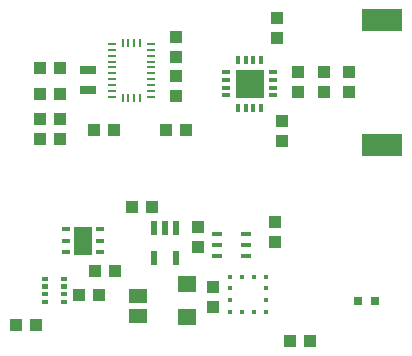
<source format=gtp>
G75*
%MOIN*%
%OFA0B0*%
%FSLAX25Y25*%
%IPPOS*%
%LPD*%
%AMOC8*
5,1,8,0,0,1.08239X$1,22.5*
%
%ADD10R,0.03937X0.04331*%
%ADD11R,0.02800X0.01600*%
%ADD12R,0.05900X0.09400*%
%ADD13R,0.04331X0.03937*%
%ADD14R,0.03543X0.01200*%
%ADD15R,0.01575X0.01575*%
%ADD16R,0.09252X0.09252*%
%ADD17R,0.02953X0.01181*%
%ADD18R,0.01181X0.02953*%
%ADD19R,0.13780X0.07480*%
%ADD20R,0.02657X0.00984*%
%ADD21R,0.00984X0.02657*%
%ADD22R,0.05512X0.02756*%
%ADD23R,0.06299X0.05512*%
%ADD24R,0.05906X0.05118*%
%ADD25R,0.02165X0.04724*%
%ADD26C,0.00276*%
%ADD27R,0.03150X0.03150*%
D10*
X0063128Y0050989D03*
X0069820Y0050989D03*
X0085274Y0044335D03*
X0085274Y0037643D03*
X0090174Y0024335D03*
X0090174Y0017643D03*
X0115813Y0006305D03*
X0122506Y0006305D03*
X0110874Y0039243D03*
X0110874Y0045935D03*
X0113348Y0073106D03*
X0113348Y0079798D03*
X0127074Y0089231D03*
X0135474Y0089231D03*
X0135474Y0095924D03*
X0127074Y0095924D03*
X0111474Y0107231D03*
X0111474Y0113924D03*
X0077874Y0094535D03*
X0077874Y0087843D03*
X0074528Y0076789D03*
X0081220Y0076789D03*
D11*
X0052674Y0043689D03*
X0052674Y0039789D03*
X0052674Y0035889D03*
X0041274Y0035889D03*
X0041274Y0039789D03*
X0041274Y0043689D03*
D12*
X0046974Y0039789D03*
D13*
X0024628Y0011789D03*
X0031320Y0011789D03*
X0045428Y0021589D03*
X0052120Y0021589D03*
X0050728Y0029789D03*
X0057420Y0029789D03*
X0039220Y0073789D03*
X0032528Y0073789D03*
X0032528Y0080389D03*
X0039220Y0080389D03*
X0050528Y0076789D03*
X0057220Y0076789D03*
X0039220Y0088789D03*
X0032528Y0088789D03*
X0032528Y0097189D03*
X0039220Y0097189D03*
X0077874Y0101043D03*
X0077874Y0107735D03*
X0118674Y0095924D03*
X0118674Y0089231D03*
D14*
X0101046Y0041935D03*
X0101046Y0038194D03*
X0101046Y0034651D03*
X0091597Y0034651D03*
X0091597Y0038194D03*
X0091597Y0041935D03*
D15*
X0095969Y0027794D03*
X0095969Y0023857D03*
X0095969Y0019920D03*
X0095969Y0015983D03*
X0099906Y0015983D03*
X0103843Y0015983D03*
X0107780Y0015983D03*
X0107780Y0019920D03*
X0107780Y0023857D03*
X0107780Y0027794D03*
X0103843Y0027794D03*
X0099906Y0027794D03*
D16*
X0102369Y0092011D03*
D17*
X0110243Y0090731D03*
X0110243Y0088172D03*
X0110243Y0093291D03*
X0110243Y0095850D03*
X0094494Y0095850D03*
X0094494Y0093291D03*
X0094494Y0090731D03*
X0094494Y0088172D03*
D18*
X0098530Y0084137D03*
X0101089Y0084137D03*
X0103648Y0084137D03*
X0106207Y0084137D03*
X0106207Y0099885D03*
X0103648Y0099885D03*
X0101089Y0099885D03*
X0098530Y0099885D03*
D19*
X0146471Y0113444D03*
X0146471Y0071712D03*
D20*
X0069538Y0087639D03*
X0069538Y0089608D03*
X0069538Y0091576D03*
X0069538Y0093545D03*
X0069538Y0095513D03*
X0069538Y0097482D03*
X0069538Y0099450D03*
X0069538Y0101419D03*
X0069538Y0103387D03*
X0069538Y0105356D03*
X0056437Y0105356D03*
X0056437Y0103387D03*
X0056437Y0101419D03*
X0056437Y0099450D03*
X0056437Y0097482D03*
X0056437Y0095513D03*
X0056437Y0093545D03*
X0056437Y0091576D03*
X0056437Y0089608D03*
X0056437Y0087639D03*
D21*
X0060030Y0087196D03*
X0061998Y0087196D03*
X0063967Y0087196D03*
X0065935Y0087196D03*
X0065935Y0105799D03*
X0063967Y0105799D03*
X0061998Y0105799D03*
X0060030Y0105799D03*
D22*
X0048417Y0096518D03*
X0048417Y0089825D03*
D23*
X0081674Y0025301D03*
X0081674Y0014277D03*
D24*
X0065274Y0014543D03*
X0065274Y0021235D03*
D25*
X0070534Y0033870D03*
X0078014Y0033870D03*
X0078014Y0044107D03*
X0074274Y0044107D03*
X0070534Y0044107D03*
D26*
X0041070Y0027779D02*
X0039378Y0027779D01*
X0041070Y0027779D02*
X0041070Y0026677D01*
X0039378Y0026677D01*
X0039378Y0027779D01*
X0039378Y0026952D02*
X0041070Y0026952D01*
X0041070Y0027227D02*
X0039378Y0027227D01*
X0039378Y0027502D02*
X0041070Y0027502D01*
X0041070Y0027777D02*
X0039378Y0027777D01*
X0039378Y0025220D02*
X0041070Y0025220D01*
X0041070Y0024118D01*
X0039378Y0024118D01*
X0039378Y0025220D01*
X0039378Y0024393D02*
X0041070Y0024393D01*
X0041070Y0024668D02*
X0039378Y0024668D01*
X0039378Y0024943D02*
X0041070Y0024943D01*
X0041070Y0025218D02*
X0039378Y0025218D01*
X0039378Y0022660D02*
X0041070Y0022660D01*
X0041070Y0021558D01*
X0039378Y0021558D01*
X0039378Y0022660D01*
X0039378Y0021833D02*
X0041070Y0021833D01*
X0041070Y0022108D02*
X0039378Y0022108D01*
X0039378Y0022383D02*
X0041070Y0022383D01*
X0041070Y0022658D02*
X0039378Y0022658D01*
X0039378Y0020101D02*
X0041070Y0020101D01*
X0041070Y0018999D01*
X0039378Y0018999D01*
X0039378Y0020101D01*
X0039378Y0019274D02*
X0041070Y0019274D01*
X0041070Y0019549D02*
X0039378Y0019549D01*
X0039378Y0019824D02*
X0041070Y0019824D01*
X0041070Y0020099D02*
X0039378Y0020099D01*
X0034770Y0020101D02*
X0033078Y0020101D01*
X0034770Y0020101D02*
X0034770Y0018999D01*
X0033078Y0018999D01*
X0033078Y0020101D01*
X0033078Y0019274D02*
X0034770Y0019274D01*
X0034770Y0019549D02*
X0033078Y0019549D01*
X0033078Y0019824D02*
X0034770Y0019824D01*
X0034770Y0020099D02*
X0033078Y0020099D01*
X0033078Y0022660D02*
X0034770Y0022660D01*
X0034770Y0021558D01*
X0033078Y0021558D01*
X0033078Y0022660D01*
X0033078Y0021833D02*
X0034770Y0021833D01*
X0034770Y0022108D02*
X0033078Y0022108D01*
X0033078Y0022383D02*
X0034770Y0022383D01*
X0034770Y0022658D02*
X0033078Y0022658D01*
X0033078Y0025220D02*
X0034770Y0025220D01*
X0034770Y0024118D01*
X0033078Y0024118D01*
X0033078Y0025220D01*
X0033078Y0024393D02*
X0034770Y0024393D01*
X0034770Y0024668D02*
X0033078Y0024668D01*
X0033078Y0024943D02*
X0034770Y0024943D01*
X0034770Y0025218D02*
X0033078Y0025218D01*
X0033078Y0027779D02*
X0034770Y0027779D01*
X0034770Y0026677D01*
X0033078Y0026677D01*
X0033078Y0027779D01*
X0033078Y0026952D02*
X0034770Y0026952D01*
X0034770Y0027227D02*
X0033078Y0027227D01*
X0033078Y0027502D02*
X0034770Y0027502D01*
X0034770Y0027777D02*
X0033078Y0027777D01*
D27*
X0138421Y0019789D03*
X0144327Y0019789D03*
M02*

</source>
